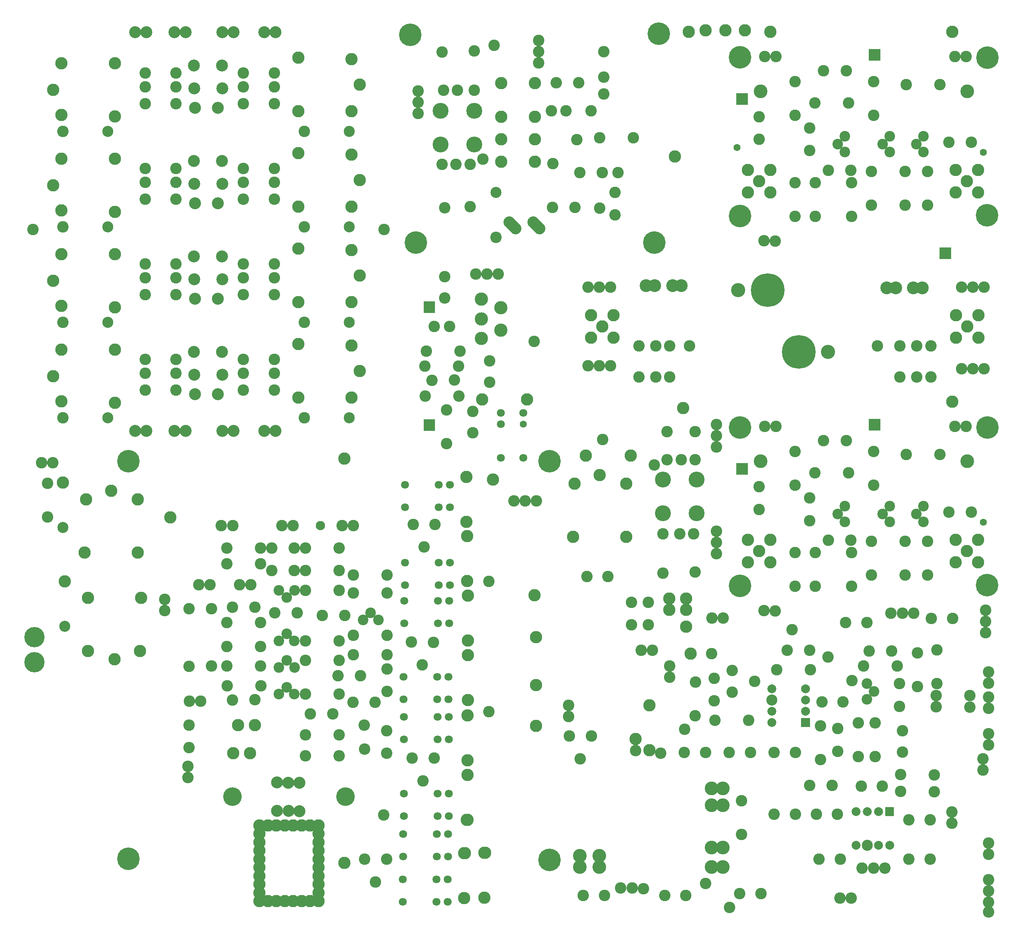
<source format=gbr>
%FSLAX34Y34*%
%MOMM*%
%LNSOLDERMASK_BOTTOM*%
G71*
G01*
%ADD10C,2.600*%
%ADD11C,2.400*%
%ADD12C,2.800*%
%ADD13C,2.600*%
%ADD14C,5.100*%
%ADD15C,1.600*%
%ADD16C,3.100*%
%ADD17C,7.600*%
%ADD18C,3.200*%
%ADD19C,2.900*%
%ADD20C,2.600*%
%ADD21C,2.600*%
%ADD22C,2.400*%
%ADD23C,2.500*%
%ADD24C,2.600*%
%ADD25C,3.600*%
%ADD26C,2.800*%
%ADD27C,3.000*%
%ADD28C,1.800*%
%ADD29C,1.600*%
%ADD30C,2.000*%
%ADD31C,2.500*%
%ADD32C,2.700*%
%ADD33C,2.700*%
%ADD34C,4.600*%
%ADD35C,4.600*%
%ADD36C,4.200*%
%ADD37C,2.700*%
%ADD38C,2.800*%
%ADD39C,2.100*%
%LPD*%
X1733495Y877996D02*
G54D10*
D03*
X1733545Y954246D02*
G54D10*
D03*
X1652501Y874596D02*
G54D10*
D03*
X1652614Y823615D02*
G54D10*
D03*
X1766801Y849196D02*
G54D10*
D03*
X1766913Y798216D02*
G54D10*
D03*
X1733511Y649396D02*
G54D10*
D03*
X1733561Y725646D02*
G54D10*
D03*
X1854232Y906010D02*
G54D10*
D03*
X1777982Y906060D02*
G54D10*
D03*
X1779191Y725646D02*
G54D10*
D03*
X1779141Y649396D02*
G54D10*
D03*
X1911294Y877995D02*
G54D10*
D03*
X1911344Y954245D02*
G54D10*
D03*
X1808626Y753480D02*
G54D10*
D03*
X1906191Y751046D02*
G54D10*
D03*
X1906141Y674796D02*
G54D10*
D03*
X1982391Y751046D02*
G54D10*
D03*
X1982341Y674796D02*
G54D10*
D03*
X2033191Y751046D02*
G54D10*
D03*
X2033141Y674796D02*
G54D10*
D03*
X2132662Y817091D02*
G54D10*
D03*
X2081682Y816978D02*
G54D10*
D03*
X2061208Y947814D02*
G54D10*
D03*
X1984958Y947864D02*
G54D10*
D03*
X2095240Y1010796D02*
G54D10*
D03*
X2120740Y1010796D02*
G54D10*
D03*
X1663441Y594872D02*
G54D10*
D03*
X1845866Y830421D02*
G54D11*
D03*
X1829966Y812846D02*
G54D11*
D03*
X1845900Y795230D02*
G54D11*
D03*
X1947466Y830421D02*
G54D11*
D03*
X1931566Y812846D02*
G54D11*
D03*
X1947500Y795230D02*
G54D11*
D03*
X2023666Y830421D02*
G54D11*
D03*
X2007766Y812846D02*
G54D11*
D03*
X2023700Y795230D02*
G54D11*
D03*
X1626766Y754321D02*
G54D12*
D03*
X1677566Y754321D02*
G54D12*
D03*
X1652166Y728921D02*
G54D12*
D03*
X1677566Y703521D02*
G54D12*
D03*
X1626766Y703521D02*
G54D12*
D03*
X2096666Y754321D02*
G54D12*
D03*
X2147466Y754321D02*
G54D12*
D03*
X2122066Y728921D02*
G54D12*
D03*
X2147466Y703521D02*
G54D12*
D03*
X2096666Y703521D02*
G54D12*
D03*
X1798192Y978630D02*
G54D10*
D03*
X1849172Y978743D02*
G54D10*
D03*
X1733511Y649396D02*
G54D13*
D03*
X1779141Y649396D02*
G54D13*
D03*
X1906141Y674796D02*
G54D13*
D03*
X1982341Y674796D02*
G54D13*
D03*
X1733511Y649396D02*
G54D13*
D03*
X1609090Y1009014D02*
G54D14*
D03*
X1859426Y753480D02*
G54D10*
D03*
X1861741Y725646D02*
G54D10*
D03*
X1861691Y649396D02*
G54D10*
D03*
X1665241Y1010796D02*
G54D10*
D03*
X1690741Y1010796D02*
G54D10*
D03*
G36*
X1600639Y927969D02*
X1626639Y927969D01*
X1626639Y901969D01*
X1600639Y901969D01*
X1600639Y927969D01*
G37*
G36*
X1900639Y1027969D02*
X1926639Y1027969D01*
X1926639Y1001969D01*
X1900639Y1001969D01*
X1900639Y1027969D01*
G37*
X1601966Y805021D02*
G54D15*
D03*
X1779141Y649396D02*
G54D13*
D03*
X1861691Y649396D02*
G54D13*
D03*
X1906141Y674796D02*
G54D13*
D03*
X1982341Y674796D02*
G54D13*
D03*
X2168922Y1008221D02*
G54D14*
D03*
X1609090Y650240D02*
G54D14*
D03*
X2168286Y651827D02*
G54D14*
D03*
X1688544Y593681D02*
G54D10*
D03*
X2159566Y794621D02*
G54D15*
D03*
X1659116Y932021D02*
G54D15*
D03*
X1655940Y932022D02*
G54D16*
D03*
X2122665Y932022D02*
G54D16*
D03*
X1741716Y342780D02*
G54D17*
D03*
X1671866Y482480D02*
G54D17*
D03*
X1605191Y482480D02*
G54D18*
D03*
X1808391Y342780D02*
G54D18*
D03*
X1396316Y492580D02*
G54D19*
D03*
X1476316Y492580D02*
G54D20*
D03*
X1941316Y487580D02*
G54D20*
D03*
X2021316Y487580D02*
G54D20*
D03*
X1476316Y492580D02*
G54D19*
D03*
X1941316Y487580D02*
G54D19*
D03*
X2021316Y487580D02*
G54D12*
D03*
X1416316Y492580D02*
G54D19*
D03*
X1456316Y492580D02*
G54D19*
D03*
X1961316Y487580D02*
G54D19*
D03*
X2001316Y487580D02*
G54D19*
D03*
X1271891Y374980D02*
G54D12*
D03*
X1271891Y425780D02*
G54D12*
D03*
X1297291Y400380D02*
G54D12*
D03*
X1322691Y425780D02*
G54D12*
D03*
X1322691Y374980D02*
G54D12*
D03*
X1271891Y374980D02*
G54D21*
D03*
X1322691Y374980D02*
G54D13*
D03*
X2097391Y374980D02*
G54D12*
D03*
X2097391Y425780D02*
G54D12*
D03*
X2122791Y400380D02*
G54D12*
D03*
X2148191Y425780D02*
G54D12*
D03*
X2148191Y374980D02*
G54D12*
D03*
X2097391Y374980D02*
G54D21*
D03*
X2148191Y374980D02*
G54D13*
D03*
G36*
X2060616Y553130D02*
X2060616Y579130D01*
X2086616Y579130D01*
X2086616Y553130D01*
X2060616Y553130D01*
G37*
X1970848Y286343D02*
G54D10*
D03*
X1970848Y356193D02*
G54D10*
D03*
X2040698Y286343D02*
G54D10*
D03*
X2040698Y356193D02*
G54D10*
D03*
X2008948Y356193D02*
G54D10*
D03*
X2008948Y286343D02*
G54D10*
D03*
X2040699Y286343D02*
G54D13*
D03*
X2040699Y356193D02*
G54D13*
D03*
X1380298Y286343D02*
G54D10*
D03*
X1380298Y356193D02*
G54D10*
D03*
X1450148Y286343D02*
G54D10*
D03*
X1450148Y356193D02*
G54D10*
D03*
X1418398Y356193D02*
G54D10*
D03*
X1418398Y286343D02*
G54D10*
D03*
X1450149Y286343D02*
G54D13*
D03*
X1450149Y356193D02*
G54D13*
D03*
X2021316Y487580D02*
G54D19*
D03*
X1494599Y356193D02*
G54D21*
D03*
X1920049Y356193D02*
G54D21*
D03*
X2160991Y305155D02*
G54D21*
D03*
X2135591Y305155D02*
G54D21*
D03*
X2110191Y305155D02*
G54D21*
D03*
X1316441Y489305D02*
G54D21*
D03*
X1291041Y489305D02*
G54D21*
D03*
X1265641Y489305D02*
G54D21*
D03*
X2160991Y489305D02*
G54D21*
D03*
X2135591Y489305D02*
G54D21*
D03*
X2110191Y489305D02*
G54D21*
D03*
X1316441Y311505D02*
G54D21*
D03*
X1291041Y311505D02*
G54D21*
D03*
X1265641Y311505D02*
G54D21*
D03*
X1271891Y425780D02*
G54D13*
D03*
X1322691Y425780D02*
G54D13*
D03*
X2097391Y374980D02*
G54D13*
D03*
X2097391Y425780D02*
G54D13*
D03*
X2148191Y425780D02*
G54D13*
D03*
X2148191Y374980D02*
G54D13*
D03*
X1733495Y41384D02*
G54D10*
D03*
X1733545Y117634D02*
G54D10*
D03*
X1652501Y37983D02*
G54D10*
D03*
X1652614Y-12997D02*
G54D10*
D03*
X1766801Y12584D02*
G54D10*
D03*
X1766913Y-38397D02*
G54D10*
D03*
X1733511Y-187216D02*
G54D10*
D03*
X1733561Y-110966D02*
G54D10*
D03*
X1854232Y69398D02*
G54D10*
D03*
X1777982Y69448D02*
G54D10*
D03*
X1779191Y-110966D02*
G54D10*
D03*
X1779141Y-187216D02*
G54D10*
D03*
X1911294Y41383D02*
G54D10*
D03*
X1911344Y117633D02*
G54D10*
D03*
X1808626Y-83132D02*
G54D10*
D03*
X1906191Y-85566D02*
G54D10*
D03*
X1906141Y-161816D02*
G54D10*
D03*
X1982391Y-85566D02*
G54D10*
D03*
X1982341Y-161816D02*
G54D10*
D03*
X2033191Y-85566D02*
G54D10*
D03*
X2033141Y-161816D02*
G54D10*
D03*
X2132662Y-19522D02*
G54D10*
D03*
X2081682Y-19634D02*
G54D10*
D03*
X2061208Y111202D02*
G54D10*
D03*
X1984958Y111252D02*
G54D10*
D03*
X2095240Y174184D02*
G54D10*
D03*
X2120740Y174184D02*
G54D10*
D03*
X1663441Y-241741D02*
G54D10*
D03*
X1845866Y-6191D02*
G54D11*
D03*
X1829966Y-23766D02*
G54D11*
D03*
X1845900Y-41382D02*
G54D11*
D03*
X1947466Y-6191D02*
G54D11*
D03*
X1931566Y-23766D02*
G54D11*
D03*
X1947500Y-41382D02*
G54D11*
D03*
X2023666Y-6191D02*
G54D11*
D03*
X2007766Y-23766D02*
G54D11*
D03*
X2023700Y-41382D02*
G54D11*
D03*
X1626766Y-82291D02*
G54D12*
D03*
X1677566Y-82291D02*
G54D12*
D03*
X1652166Y-107691D02*
G54D12*
D03*
X1677566Y-133091D02*
G54D12*
D03*
X1626766Y-133091D02*
G54D12*
D03*
X2096666Y-82291D02*
G54D12*
D03*
X2147466Y-82291D02*
G54D12*
D03*
X2122066Y-107691D02*
G54D12*
D03*
X2147466Y-133091D02*
G54D12*
D03*
X2096666Y-133091D02*
G54D12*
D03*
X1798192Y142018D02*
G54D10*
D03*
X1849172Y142130D02*
G54D10*
D03*
X1733511Y-187216D02*
G54D13*
D03*
X1779141Y-187216D02*
G54D13*
D03*
X1906141Y-161816D02*
G54D13*
D03*
X1982341Y-161816D02*
G54D13*
D03*
X1733511Y-187216D02*
G54D13*
D03*
X1609090Y172402D02*
G54D14*
D03*
X1859426Y-83132D02*
G54D10*
D03*
X1861741Y-110966D02*
G54D10*
D03*
X1861691Y-187216D02*
G54D10*
D03*
X1665241Y174184D02*
G54D10*
D03*
X1690741Y174184D02*
G54D10*
D03*
G36*
X1600639Y91357D02*
X1626639Y91357D01*
X1626639Y65357D01*
X1600639Y65357D01*
X1600639Y91357D01*
G37*
G36*
X1900639Y191357D02*
X1926639Y191357D01*
X1926639Y165357D01*
X1900639Y165357D01*
X1900639Y191357D01*
G37*
X1779141Y-187216D02*
G54D13*
D03*
X1861691Y-187216D02*
G54D13*
D03*
X1906141Y-161816D02*
G54D13*
D03*
X1982341Y-161816D02*
G54D13*
D03*
X2168922Y171609D02*
G54D14*
D03*
X1609090Y-186373D02*
G54D14*
D03*
X2168286Y-184786D02*
G54D14*
D03*
X1688544Y-242932D02*
G54D10*
D03*
X2159566Y-41991D02*
G54D15*
D03*
X1659116Y95409D02*
G54D15*
D03*
X1655940Y95409D02*
G54D16*
D03*
X2122665Y95409D02*
G54D16*
D03*
X1008266Y812481D02*
G54D22*
D03*
X1008266Y888681D02*
G54D22*
D03*
X932066Y812481D02*
G54D22*
D03*
X1008266Y812481D02*
G54D22*
D03*
X932066Y888681D02*
G54D22*
D03*
X932066Y812480D02*
G54D22*
D03*
X1008266Y888681D02*
G54D22*
D03*
X932066Y888681D02*
G54D22*
D03*
X1008178Y1023704D02*
G54D10*
D03*
X1008178Y934804D02*
G54D10*
D03*
X970078Y934804D02*
G54D10*
D03*
X938328Y934804D02*
G54D10*
D03*
X998534Y671914D02*
G54D10*
D03*
X935035Y767164D02*
G54D10*
D03*
X966784Y767164D02*
G54D10*
D03*
X998534Y767164D02*
G54D10*
D03*
X1027017Y779453D02*
G54D10*
D03*
X935034Y1021164D02*
G54D10*
D03*
X1052628Y1036404D02*
G54D10*
D03*
X1215056Y888714D02*
G54D10*
D03*
X1272206Y888714D02*
G54D10*
D03*
X1300906Y964914D02*
G54D10*
D03*
X1300906Y1022065D02*
G54D10*
D03*
X1239856Y823091D02*
G54D10*
D03*
X1185904Y769210D02*
G54D10*
D03*
X1239856Y823091D02*
G54D13*
D03*
X1367632Y827142D02*
G54D10*
D03*
X1291382Y827192D02*
G54D10*
D03*
X1367632Y827143D02*
G54D13*
D03*
X1246806Y749014D02*
G54D10*
D03*
X1297606Y749014D02*
G54D10*
D03*
X1297606Y749014D02*
G54D10*
D03*
X1326213Y652909D02*
G54D10*
D03*
X1326101Y703889D02*
G54D10*
D03*
X1326213Y652909D02*
G54D10*
D03*
X1300906Y926814D02*
G54D10*
D03*
X1332656Y749014D02*
G54D10*
D03*
X1182036Y888714D02*
G54D10*
D03*
X1192956Y952214D02*
G54D10*
D03*
X1243756Y952214D02*
G54D10*
D03*
X1069260Y950720D02*
G54D12*
D03*
X1145460Y950720D02*
G54D12*
D03*
X1069260Y874520D02*
G54D12*
D03*
X1069260Y823720D02*
G54D12*
D03*
X1069260Y772920D02*
G54D12*
D03*
X1145460Y874520D02*
G54D12*
D03*
X1145460Y823720D02*
G54D12*
D03*
X1145460Y772920D02*
G54D12*
D03*
X1056759Y602357D02*
G54D23*
D03*
X1056759Y703957D02*
G54D23*
D03*
X1056759Y602357D02*
G54D13*
D03*
X1145460Y950720D02*
G54D10*
D03*
X1291711Y667916D02*
G54D10*
D03*
X1235491Y670161D02*
G54D10*
D03*
X1235491Y670161D02*
G54D10*
D03*
X1184691Y670161D02*
G54D10*
D03*
G54D24*
X1154875Y622439D02*
X1140733Y636581D01*
G54D24*
X1100900Y622439D02*
X1086758Y636581D01*
X880666Y932815D02*
G54D21*
D03*
X880666Y907415D02*
G54D21*
D03*
X880666Y882015D02*
G54D21*
D03*
X1153716Y1047115D02*
G54D21*
D03*
X1153716Y1021715D02*
G54D21*
D03*
X1153716Y996315D02*
G54D21*
D03*
X932066Y888681D02*
G54D25*
D03*
X932066Y812481D02*
G54D25*
D03*
X1008266Y812481D02*
G54D25*
D03*
X1008266Y888681D02*
G54D25*
D03*
X1434344Y54279D02*
G54D22*
D03*
X1434344Y-21921D02*
G54D22*
D03*
X1510544Y54279D02*
G54D22*
D03*
X1434344Y54279D02*
G54D22*
D03*
X1510544Y-21921D02*
G54D22*
D03*
X1510544Y54279D02*
G54D22*
D03*
X1434344Y-21921D02*
G54D22*
D03*
X1510544Y-21921D02*
G54D22*
D03*
X1434432Y-156944D02*
G54D10*
D03*
X1434432Y-68044D02*
G54D10*
D03*
X1472532Y-68044D02*
G54D10*
D03*
X1504282Y-68044D02*
G54D10*
D03*
X1507576Y163096D02*
G54D10*
D03*
X1444076Y163096D02*
G54D10*
D03*
X1507575Y99596D02*
G54D10*
D03*
X1475826Y99596D02*
G54D10*
D03*
X1444076Y99596D02*
G54D10*
D03*
X1415593Y87307D02*
G54D10*
D03*
X1507576Y-154404D02*
G54D10*
D03*
X1555594Y-113680D02*
G54D21*
D03*
X1555594Y-88280D02*
G54D21*
D03*
X1555594Y-62880D02*
G54D21*
D03*
X1555594Y127620D02*
G54D21*
D03*
X1555594Y153020D02*
G54D21*
D03*
X1555594Y178420D02*
G54D21*
D03*
X1510544Y-21921D02*
G54D25*
D03*
X1510544Y54279D02*
G54D25*
D03*
X1434344Y54279D02*
G54D25*
D03*
X1434344Y-21921D02*
G54D25*
D03*
X1231336Y-75302D02*
G54D12*
D03*
X1234510Y45348D02*
G54D12*
D03*
X1351986Y-75302D02*
G54D12*
D03*
X1351986Y45348D02*
G54D12*
D03*
X1291661Y64811D02*
G54D12*
D03*
X1234510Y45348D02*
G54D26*
D03*
X1260357Y108930D02*
G54D12*
D03*
X1361957Y108929D02*
G54D12*
D03*
X1449257Y-215210D02*
G54D12*
D03*
X1449257Y-240610D02*
G54D12*
D03*
X1487357Y-240610D02*
G54D12*
D03*
X1487357Y-278710D02*
G54D12*
D03*
X1401852Y-223217D02*
G54D10*
D03*
X1401965Y-274198D02*
G54D10*
D03*
X1401852Y-223218D02*
G54D10*
D03*
X1401964Y-274198D02*
G54D10*
D03*
X1363752Y-223217D02*
G54D10*
D03*
X1363864Y-274198D02*
G54D10*
D03*
X1363752Y-223218D02*
G54D10*
D03*
X1363864Y-274198D02*
G54D10*
D03*
X1487357Y-215210D02*
G54D12*
D03*
X1298324Y144739D02*
G54D10*
D03*
X1260357Y108930D02*
G54D12*
D03*
X1068315Y443228D02*
G54D27*
D03*
X1068315Y392428D02*
G54D27*
D03*
X1023865Y417828D02*
G54D27*
D03*
X1023865Y373378D02*
G54D27*
D03*
X1023865Y462278D02*
G54D27*
D03*
X1036565Y519428D02*
G54D10*
D03*
X1011165Y519428D02*
G54D10*
D03*
X1061965Y519428D02*
G54D10*
D03*
X975480Y344803D02*
G54D10*
D03*
X899230Y344853D02*
G54D10*
D03*
X896538Y310543D02*
G54D10*
D03*
X972788Y310493D02*
G54D10*
D03*
X912472Y279067D02*
G54D10*
D03*
X963452Y279179D02*
G54D10*
D03*
X941315Y513166D02*
G54D10*
D03*
X941315Y465366D02*
G54D10*
D03*
X944925Y211541D02*
G54D10*
D03*
X944875Y135291D02*
G54D10*
D03*
X1004815Y160478D02*
G54D10*
D03*
X1004815Y208278D02*
G54D10*
D03*
X917371Y400322D02*
G54D10*
D03*
X952471Y400322D02*
G54D10*
D03*
X1042915Y274778D02*
G54D10*
D03*
X1042915Y322578D02*
G54D10*
D03*
X896593Y242896D02*
G54D10*
D03*
X972843Y242846D02*
G54D10*
D03*
X1143790Y366473D02*
G54D10*
D03*
X896538Y310543D02*
G54D10*
D03*
X896593Y242896D02*
G54D10*
D03*
X1004815Y160478D02*
G54D10*
D03*
X944875Y135291D02*
G54D10*
D03*
G36*
X919265Y457498D02*
X919265Y431498D01*
X893265Y431498D01*
X893265Y457498D01*
X919265Y457498D01*
G37*
G36*
X919265Y190798D02*
X919265Y164798D01*
X893265Y164798D01*
X893265Y190798D01*
X919265Y190798D01*
G37*
X1119115Y205016D02*
G54D28*
D03*
X1119115Y179616D02*
G54D29*
D03*
X1068315Y205016D02*
G54D29*
D03*
X1068315Y179616D02*
G54D28*
D03*
X1119115Y103416D02*
G54D29*
D03*
X1068315Y103416D02*
G54D29*
D03*
X1025897Y235782D02*
G54D12*
D03*
X1127497Y235782D02*
G54D12*
D03*
X1025897Y235782D02*
G54D12*
D03*
X1148711Y5808D02*
G54D21*
D03*
X1123311Y5808D02*
G54D21*
D03*
X1097911Y5808D02*
G54D21*
D03*
X1068315Y205016D02*
G54D28*
D03*
X1119115Y103416D02*
G54D28*
D03*
X1068315Y103416D02*
G54D28*
D03*
G36*
X1747228Y-505322D02*
X1747228Y-485322D01*
X1767228Y-485322D01*
X1767228Y-505322D01*
X1747228Y-505322D01*
G37*
X1757228Y-469922D02*
G54D30*
D03*
X1757228Y-444522D02*
G54D30*
D03*
X1757228Y-419122D02*
G54D30*
D03*
X1681028Y-419122D02*
G54D30*
D03*
X1681028Y-444522D02*
G54D30*
D03*
X1681029Y-469922D02*
G54D30*
D03*
X1681028Y-495322D02*
G54D30*
D03*
X1681028Y-444522D02*
G54D31*
D03*
X2052978Y-459960D02*
G54D10*
D03*
X2052978Y-434461D02*
G54D10*
D03*
X1482989Y-563297D02*
G54D10*
D03*
X1507884Y-479712D02*
G54D10*
D03*
X1507934Y-403462D02*
G54D10*
D03*
X1372692Y-558304D02*
G54D10*
D03*
X1372692Y-532804D02*
G54D10*
D03*
X1914949Y-496020D02*
G54D10*
D03*
X1914898Y-572270D02*
G54D10*
D03*
X1914949Y-496020D02*
G54D10*
D03*
X1976833Y-513954D02*
G54D10*
D03*
X1976833Y-561754D02*
G54D10*
D03*
X1876848Y-496020D02*
G54D10*
D03*
X1876798Y-572270D02*
G54D10*
D03*
X1876849Y-496020D02*
G54D10*
D03*
X1896504Y-442247D02*
G54D11*
D03*
X1912404Y-424672D02*
G54D11*
D03*
X1896469Y-407056D02*
G54D11*
D03*
X1969877Y-407454D02*
G54D10*
D03*
X1969989Y-458434D02*
G54D10*
D03*
X1969877Y-407454D02*
G54D10*
D03*
X1964947Y-367326D02*
G54D10*
D03*
X1888697Y-367276D02*
G54D10*
D03*
X1964947Y-367326D02*
G54D10*
D03*
X1951914Y-333354D02*
G54D10*
D03*
X1900934Y-333466D02*
G54D10*
D03*
X1951914Y-333354D02*
G54D10*
D03*
X1830177Y-509054D02*
G54D10*
D03*
X1830289Y-560034D02*
G54D10*
D03*
X1830177Y-509054D02*
G54D10*
D03*
X1976833Y-513954D02*
G54D10*
D03*
X1964947Y-367326D02*
G54D10*
D03*
X1951914Y-333354D02*
G54D10*
D03*
X2010199Y-337270D02*
G54D10*
D03*
X2010149Y-413520D02*
G54D10*
D03*
X2010199Y-337270D02*
G54D10*
D03*
X2010199Y-337270D02*
G54D10*
D03*
X1830177Y-509053D02*
G54D10*
D03*
X1794139Y-448997D02*
G54D10*
D03*
X1841939Y-448997D02*
G54D10*
D03*
X1808383Y-346598D02*
G54D10*
D03*
X1862265Y-400550D02*
G54D10*
D03*
X1808384Y-346598D02*
G54D10*
D03*
X1808384Y-346598D02*
G54D10*
D03*
X1768322Y-375497D02*
G54D10*
D03*
X1692072Y-375447D02*
G54D10*
D03*
X1715825Y-331571D02*
G54D10*
D03*
X1766806Y-331459D02*
G54D10*
D03*
X1715826Y-331572D02*
G54D10*
D03*
X1768322Y-375497D02*
G54D10*
D03*
X1766806Y-331459D02*
G54D10*
D03*
X1584589Y-563297D02*
G54D10*
D03*
X1632389Y-563297D02*
G54D10*
D03*
X1482989Y-563297D02*
G54D10*
D03*
X1530789Y-563297D02*
G54D10*
D03*
X1686189Y-563296D02*
G54D10*
D03*
X1733989Y-563297D02*
G54D10*
D03*
X1686189Y-563296D02*
G54D10*
D03*
X1791124Y-502370D02*
G54D10*
D03*
X1791074Y-578620D02*
G54D10*
D03*
X1791124Y-502370D02*
G54D10*
D03*
X1628622Y-489797D02*
G54D10*
D03*
X1552372Y-489747D02*
G54D10*
D03*
X1628622Y-489797D02*
G54D10*
D03*
X1551043Y-445923D02*
G54D10*
D03*
X1550931Y-394943D02*
G54D10*
D03*
X1551043Y-445922D02*
G54D10*
D03*
X1550931Y-394942D02*
G54D10*
D03*
X1591304Y-377047D02*
G54D21*
D03*
X1642236Y-402030D02*
G54D21*
D03*
X1591190Y-426930D02*
G54D21*
D03*
X1591304Y-377047D02*
G54D10*
D03*
X1497288Y-339629D02*
G54D10*
D03*
X1545088Y-339629D02*
G54D10*
D03*
X1507884Y-479712D02*
G54D10*
D03*
X1483766Y-510510D02*
G54D10*
D03*
X1429814Y-564391D02*
G54D10*
D03*
X1483766Y-510510D02*
G54D10*
D03*
X2054590Y-331016D02*
G54D10*
D03*
X1497288Y-339629D02*
G54D12*
D03*
X1404414Y-456442D02*
G54D12*
D03*
X1404413Y-558041D02*
G54D12*
D03*
X1404414Y-456442D02*
G54D12*
D03*
X1372692Y-532804D02*
G54D12*
D03*
X2054590Y-331016D02*
G54D10*
D03*
X2054540Y-407266D02*
G54D10*
D03*
X2054591Y-331016D02*
G54D10*
D03*
X2054590Y-331016D02*
G54D10*
D03*
X2010199Y-337270D02*
G54D10*
D03*
X1951914Y-333354D02*
G54D10*
D03*
X1964947Y-367326D02*
G54D10*
D03*
X1808383Y-346598D02*
G54D10*
D03*
X1768322Y-375497D02*
G54D10*
D03*
X1766806Y-331459D02*
G54D10*
D03*
X1976833Y-513954D02*
G54D10*
D03*
X1591304Y-377047D02*
G54D10*
D03*
X1686189Y-563296D02*
G54D10*
D03*
X1482989Y-563297D02*
G54D10*
D03*
X1483766Y-510510D02*
G54D10*
D03*
X1507884Y-479712D02*
G54D10*
D03*
X1404414Y-456442D02*
G54D10*
D03*
X2129228Y-460011D02*
G54D10*
D03*
X2052978Y-459960D02*
G54D10*
D03*
X2129228Y-434511D02*
G54D10*
D03*
X2052978Y-434461D02*
G54D10*
D03*
X333324Y256329D02*
G54D10*
D03*
X263474Y256329D02*
G54D10*
D03*
X333324Y326179D02*
G54D10*
D03*
X263474Y326179D02*
G54D10*
D03*
X263474Y294429D02*
G54D10*
D03*
X333324Y294429D02*
G54D10*
D03*
X376732Y247558D02*
G54D32*
D03*
X427714Y247670D02*
G54D32*
D03*
X555574Y256329D02*
G54D10*
D03*
X485724Y256329D02*
G54D10*
D03*
X555574Y326179D02*
G54D10*
D03*
X485724Y326179D02*
G54D10*
D03*
X485724Y294429D02*
G54D10*
D03*
X555574Y294429D02*
G54D10*
D03*
X437797Y291656D02*
G54D10*
D03*
X437684Y342636D02*
G54D10*
D03*
X374297Y291656D02*
G54D10*
D03*
X374184Y342636D02*
G54D10*
D03*
X555574Y326179D02*
G54D13*
D03*
X485724Y326179D02*
G54D13*
D03*
X437684Y342637D02*
G54D33*
D03*
X374184Y342637D02*
G54D13*
D03*
X333324Y326179D02*
G54D13*
D03*
X263474Y326179D02*
G54D13*
D03*
X374297Y291656D02*
G54D32*
D03*
X374184Y342636D02*
G54D32*
D03*
X437684Y342636D02*
G54D32*
D03*
X437797Y291656D02*
G54D32*
D03*
X609787Y360621D02*
G54D12*
D03*
X730437Y357447D02*
G54D12*
D03*
X609787Y239971D02*
G54D12*
D03*
X730437Y239971D02*
G54D12*
D03*
X749250Y300296D02*
G54D12*
D03*
X623294Y193691D02*
G54D23*
D03*
X724894Y193692D02*
G54D23*
D03*
X730437Y357447D02*
G54D12*
D03*
X194792Y227883D02*
G54D12*
D03*
X74142Y231057D02*
G54D12*
D03*
X194792Y348533D02*
G54D12*
D03*
X74142Y348533D02*
G54D12*
D03*
X55330Y288208D02*
G54D12*
D03*
X74143Y231056D02*
G54D12*
D03*
X74142Y348533D02*
G54D12*
D03*
X77194Y193692D02*
G54D23*
D03*
X178794Y193692D02*
G54D23*
D03*
X623294Y193691D02*
G54D10*
D03*
X77194Y193692D02*
G54D10*
D03*
X333324Y472229D02*
G54D10*
D03*
X263474Y472229D02*
G54D10*
D03*
X333324Y542079D02*
G54D10*
D03*
X263474Y542079D02*
G54D10*
D03*
X263474Y510329D02*
G54D10*
D03*
X333324Y510329D02*
G54D10*
D03*
X376732Y463458D02*
G54D32*
D03*
X427714Y463570D02*
G54D32*
D03*
X555574Y472229D02*
G54D10*
D03*
X485724Y472229D02*
G54D10*
D03*
X555574Y542079D02*
G54D10*
D03*
X485724Y542079D02*
G54D10*
D03*
X485724Y510329D02*
G54D10*
D03*
X555574Y510329D02*
G54D10*
D03*
X437797Y507556D02*
G54D10*
D03*
X437684Y558536D02*
G54D10*
D03*
X374297Y507556D02*
G54D10*
D03*
X374184Y558536D02*
G54D10*
D03*
X555574Y542079D02*
G54D13*
D03*
X485724Y542079D02*
G54D13*
D03*
X437684Y558537D02*
G54D33*
D03*
X374184Y558537D02*
G54D13*
D03*
X333324Y542079D02*
G54D13*
D03*
X263474Y542079D02*
G54D13*
D03*
X374297Y507556D02*
G54D32*
D03*
X374184Y558536D02*
G54D32*
D03*
X437684Y558536D02*
G54D32*
D03*
X437797Y507556D02*
G54D32*
D03*
X609787Y576521D02*
G54D12*
D03*
X730437Y573347D02*
G54D12*
D03*
X609787Y455871D02*
G54D12*
D03*
X730437Y455871D02*
G54D12*
D03*
X749250Y516196D02*
G54D12*
D03*
X623294Y409592D02*
G54D23*
D03*
X724894Y409592D02*
G54D23*
D03*
X730437Y573347D02*
G54D12*
D03*
X194792Y443782D02*
G54D12*
D03*
X74142Y446956D02*
G54D12*
D03*
X194792Y564432D02*
G54D12*
D03*
X74142Y564432D02*
G54D12*
D03*
X55330Y504108D02*
G54D12*
D03*
X74143Y446956D02*
G54D12*
D03*
X74142Y564432D02*
G54D12*
D03*
X77194Y409592D02*
G54D23*
D03*
X178794Y409592D02*
G54D23*
D03*
X623294Y409592D02*
G54D10*
D03*
X77194Y409592D02*
G54D10*
D03*
X333324Y688129D02*
G54D10*
D03*
X263474Y688129D02*
G54D10*
D03*
X333324Y757979D02*
G54D10*
D03*
X263474Y757979D02*
G54D10*
D03*
X263474Y726229D02*
G54D10*
D03*
X333324Y726229D02*
G54D10*
D03*
X376732Y679358D02*
G54D32*
D03*
X427714Y679470D02*
G54D32*
D03*
X555574Y688129D02*
G54D10*
D03*
X485724Y688129D02*
G54D10*
D03*
X555574Y757979D02*
G54D10*
D03*
X485724Y757979D02*
G54D10*
D03*
X485724Y726229D02*
G54D10*
D03*
X555574Y726229D02*
G54D10*
D03*
X437797Y723456D02*
G54D10*
D03*
X437684Y774436D02*
G54D10*
D03*
X374297Y723456D02*
G54D10*
D03*
X374184Y774436D02*
G54D10*
D03*
X555574Y757979D02*
G54D13*
D03*
X485724Y757979D02*
G54D13*
D03*
X437684Y774437D02*
G54D33*
D03*
X374184Y774437D02*
G54D13*
D03*
X333324Y757979D02*
G54D13*
D03*
X263474Y757979D02*
G54D13*
D03*
X374297Y723456D02*
G54D32*
D03*
X374184Y774436D02*
G54D32*
D03*
X437684Y774436D02*
G54D32*
D03*
X437797Y723456D02*
G54D32*
D03*
X609787Y792421D02*
G54D12*
D03*
X730437Y789247D02*
G54D12*
D03*
X609787Y671771D02*
G54D12*
D03*
X730437Y671771D02*
G54D12*
D03*
X749250Y732096D02*
G54D12*
D03*
X623294Y625491D02*
G54D23*
D03*
X724894Y625492D02*
G54D23*
D03*
X730437Y789247D02*
G54D12*
D03*
X194792Y659682D02*
G54D12*
D03*
X74143Y662857D02*
G54D12*
D03*
X194792Y780333D02*
G54D12*
D03*
X74142Y780332D02*
G54D12*
D03*
X55330Y720008D02*
G54D12*
D03*
X74143Y662856D02*
G54D12*
D03*
X74142Y780332D02*
G54D12*
D03*
X77194Y625491D02*
G54D23*
D03*
X178794Y625492D02*
G54D23*
D03*
X623294Y625491D02*
G54D10*
D03*
X77194Y625491D02*
G54D10*
D03*
X333324Y904029D02*
G54D10*
D03*
X263474Y904029D02*
G54D10*
D03*
X333324Y973879D02*
G54D10*
D03*
X263474Y973879D02*
G54D10*
D03*
X263474Y942129D02*
G54D10*
D03*
X333324Y942129D02*
G54D10*
D03*
X376732Y895258D02*
G54D32*
D03*
X427713Y895370D02*
G54D32*
D03*
X555574Y904029D02*
G54D10*
D03*
X485724Y904029D02*
G54D10*
D03*
X555574Y973879D02*
G54D10*
D03*
X485724Y973879D02*
G54D10*
D03*
X485724Y942129D02*
G54D10*
D03*
X555574Y942129D02*
G54D10*
D03*
X437797Y939356D02*
G54D10*
D03*
X437684Y990336D02*
G54D10*
D03*
X374297Y939356D02*
G54D10*
D03*
X374184Y990336D02*
G54D10*
D03*
X555574Y973879D02*
G54D13*
D03*
X485724Y973879D02*
G54D13*
D03*
X437684Y990337D02*
G54D33*
D03*
X374184Y990337D02*
G54D13*
D03*
X333324Y973879D02*
G54D13*
D03*
X263474Y973879D02*
G54D13*
D03*
X374297Y939356D02*
G54D32*
D03*
X374184Y990336D02*
G54D32*
D03*
X437684Y990336D02*
G54D32*
D03*
X437797Y939356D02*
G54D32*
D03*
X609787Y1008321D02*
G54D12*
D03*
X730437Y1005147D02*
G54D12*
D03*
X609787Y887671D02*
G54D12*
D03*
X730437Y887671D02*
G54D12*
D03*
X749250Y947996D02*
G54D12*
D03*
X623294Y841391D02*
G54D23*
D03*
X724894Y841392D02*
G54D23*
D03*
X730437Y1005147D02*
G54D12*
D03*
X194792Y875583D02*
G54D12*
D03*
X74142Y878756D02*
G54D12*
D03*
X194792Y996233D02*
G54D12*
D03*
X74142Y996233D02*
G54D12*
D03*
X55330Y935908D02*
G54D12*
D03*
X74143Y878756D02*
G54D12*
D03*
X74142Y996233D02*
G54D12*
D03*
X77194Y841391D02*
G54D23*
D03*
X178794Y841392D02*
G54D23*
D03*
X623294Y841391D02*
G54D10*
D03*
X77194Y841391D02*
G54D10*
D03*
X558448Y164656D02*
G54D32*
D03*
X558448Y164656D02*
G54D32*
D03*
X533047Y164656D02*
G54D32*
D03*
X463198Y164656D02*
G54D32*
D03*
X463198Y164656D02*
G54D32*
D03*
X437797Y164656D02*
G54D32*
D03*
X355248Y164656D02*
G54D32*
D03*
X355248Y164656D02*
G54D32*
D03*
X329847Y164656D02*
G54D32*
D03*
X266348Y164656D02*
G54D32*
D03*
X266348Y164656D02*
G54D32*
D03*
X240947Y164656D02*
G54D32*
D03*
X558448Y1066356D02*
G54D32*
D03*
X558448Y1066356D02*
G54D32*
D03*
X533047Y1066356D02*
G54D32*
D03*
X463198Y1066356D02*
G54D32*
D03*
X463198Y1066356D02*
G54D32*
D03*
X437797Y1066356D02*
G54D32*
D03*
X355248Y1066356D02*
G54D32*
D03*
X355248Y1066356D02*
G54D32*
D03*
X329847Y1066356D02*
G54D32*
D03*
X266348Y1066356D02*
G54D32*
D03*
X266348Y1066356D02*
G54D32*
D03*
X240947Y1066356D02*
G54D32*
D03*
X9712Y619826D02*
G54D21*
D03*
X803462Y619826D02*
G54D21*
D03*
X1415414Y589914D02*
G54D14*
D03*
X1424940Y1062990D02*
G54D14*
D03*
X1424940Y1062990D02*
G54D14*
D03*
X875664Y589914D02*
G54D14*
D03*
X862964Y1059814D02*
G54D14*
D03*
X254611Y-212860D02*
G54D12*
D03*
X251437Y-333510D02*
G54D12*
D03*
X133961Y-212860D02*
G54D12*
D03*
X133962Y-333510D02*
G54D12*
D03*
X194286Y-352322D02*
G54D12*
D03*
X13312Y-358910D02*
G54D34*
D03*
X126412Y-110991D02*
G54D12*
D03*
X129586Y9659D02*
G54D12*
D03*
X247061Y-110991D02*
G54D12*
D03*
X247061Y9659D02*
G54D12*
D03*
X186737Y28946D02*
G54D12*
D03*
X81332Y-175567D02*
G54D23*
D03*
X81332Y-277167D02*
G54D23*
D03*
X81332Y-175567D02*
G54D10*
D03*
X81332Y-175567D02*
G54D12*
D03*
X77534Y47628D02*
G54D23*
D03*
X77534Y-53972D02*
G54D23*
D03*
X77534Y47628D02*
G54D10*
D03*
X77534Y47628D02*
G54D12*
D03*
X251437Y-333510D02*
G54D12*
D03*
X247061Y9659D02*
G54D12*
D03*
X13312Y-301760D02*
G54D35*
D03*
X1480768Y216430D02*
G54D12*
D03*
X129586Y9659D02*
G54D12*
D03*
X247061Y9659D02*
G54D12*
D03*
X225822Y95409D02*
G54D14*
D03*
X1178322Y95409D02*
G54D14*
D03*
X225822Y-803116D02*
G54D14*
D03*
X1178322Y-806291D02*
G54D14*
D03*
X308022Y-241892D02*
G54D10*
D03*
X308022Y-216417D02*
G54D10*
D03*
X1262377Y-164910D02*
G54D10*
D03*
X1310177Y-164911D02*
G54D10*
D03*
X1262377Y-164910D02*
G54D10*
D03*
X2158274Y-577351D02*
G54D21*
D03*
X2170974Y-380501D02*
G54D21*
D03*
X2170974Y-405901D02*
G54D21*
D03*
X2170974Y-767851D02*
G54D21*
D03*
X2170974Y-793251D02*
G54D21*
D03*
X2170974Y-520201D02*
G54D21*
D03*
X2170974Y-545601D02*
G54D21*
D03*
X13312Y-301760D02*
G54D10*
D03*
X1144355Y-207092D02*
G54D12*
D03*
X1147530Y-302342D02*
G54D12*
D03*
X1147530Y-410292D02*
G54D12*
D03*
X1147530Y-502367D02*
G54D12*
D03*
X716960Y-662830D02*
G54D36*
D03*
X461261Y-662930D02*
G54D36*
D03*
X561986Y-631005D02*
G54D37*
D03*
X587360Y-631130D02*
G54D37*
D03*
X612804Y-631105D02*
G54D37*
D03*
X810066Y-564746D02*
G54D10*
D03*
X809891Y-513754D02*
G54D10*
D03*
X512136Y-500880D02*
G54D38*
D03*
X462736Y-564980D02*
G54D38*
D03*
X500735Y-564980D02*
G54D38*
D03*
X474035Y-500880D02*
G54D38*
D03*
X362861Y-551730D02*
G54D10*
D03*
X362736Y-500814D02*
G54D10*
D03*
X626386Y-523155D02*
G54D10*
D03*
X702636Y-523205D02*
G54D10*
D03*
X360286Y-619855D02*
G54D10*
D03*
X360286Y-594355D02*
G54D10*
D03*
X626386Y-570780D02*
G54D10*
D03*
X702635Y-570830D02*
G54D10*
D03*
X600986Y-151680D02*
G54D10*
D03*
X550069Y-151805D02*
G54D10*
D03*
X566060Y-196130D02*
G54D11*
D03*
X583636Y-212030D02*
G54D11*
D03*
X601252Y-196095D02*
G54D11*
D03*
X572411Y-50080D02*
G54D10*
D03*
X597836Y-50030D02*
G54D10*
D03*
X626386Y-196130D02*
G54D10*
D03*
X702561Y-196130D02*
G54D10*
D03*
X448586Y-135805D02*
G54D10*
D03*
X524836Y-135855D02*
G54D10*
D03*
X607336Y-246930D02*
G54D10*
D03*
X556419Y-247055D02*
G54D10*
D03*
X600986Y-310430D02*
G54D11*
D03*
X583386Y-294530D02*
G54D11*
D03*
X565794Y-310464D02*
G54D11*
D03*
X601360Y-370830D02*
G54D11*
D03*
X583386Y-354855D02*
G54D11*
D03*
X565794Y-370790D02*
G54D11*
D03*
X626386Y-310430D02*
G54D10*
D03*
X702561Y-310430D02*
G54D10*
D03*
X600985Y-431130D02*
G54D11*
D03*
X583386Y-415180D02*
G54D11*
D03*
X565794Y-431115D02*
G54D11*
D03*
X448585Y-367580D02*
G54D10*
D03*
X524836Y-367630D02*
G54D10*
D03*
X448794Y-411759D02*
G54D10*
D03*
X525044Y-411809D02*
G54D10*
D03*
X626386Y-431080D02*
G54D10*
D03*
X702660Y-431130D02*
G54D10*
D03*
X687706Y-475870D02*
G54D10*
D03*
X636790Y-475995D02*
G54D10*
D03*
X626386Y-354880D02*
G54D10*
D03*
X702636Y-354930D02*
G54D10*
D03*
X783661Y-449730D02*
G54D21*
D03*
X758677Y-500662D02*
G54D21*
D03*
X733778Y-449616D02*
G54D21*
D03*
X791486Y-262805D02*
G54D11*
D03*
X773685Y-247005D02*
G54D11*
D03*
X756295Y-262840D02*
G54D11*
D03*
X435885Y-50080D02*
G54D10*
D03*
X461460Y-50130D02*
G54D10*
D03*
X734336Y-161205D02*
G54D10*
D03*
X810586Y-161255D02*
G54D10*
D03*
X734336Y-202480D02*
G54D10*
D03*
X810586Y-202530D02*
G54D10*
D03*
X715286Y-253280D02*
G54D10*
D03*
X664369Y-253405D02*
G54D10*
D03*
X734336Y-297730D02*
G54D10*
D03*
X810586Y-297780D02*
G54D10*
D03*
X810486Y-424755D02*
G54D10*
D03*
X810373Y-373774D02*
G54D10*
D03*
X810535Y-342180D02*
G54D10*
D03*
X734260Y-342130D02*
G54D10*
D03*
X385136Y-183405D02*
G54D10*
D03*
X409998Y-183718D02*
G54D10*
D03*
X413660Y-367580D02*
G54D10*
D03*
X362686Y-367730D02*
G54D10*
D03*
X448585Y-323130D02*
G54D10*
D03*
X524836Y-323180D02*
G54D10*
D03*
X512086Y-443780D02*
G54D10*
D03*
X461110Y-443930D02*
G54D10*
D03*
X388686Y-446930D02*
G54D10*
D03*
X363386Y-446630D02*
G54D10*
D03*
X413660Y-237405D02*
G54D10*
D03*
X362686Y-237505D02*
G54D10*
D03*
X734336Y-50080D02*
G54D10*
D03*
X708860Y-50080D02*
G54D10*
D03*
X448585Y-269155D02*
G54D10*
D03*
X524836Y-269205D02*
G54D10*
D03*
X512060Y-234205D02*
G54D10*
D03*
X461160Y-234405D02*
G54D10*
D03*
X477160Y-183430D02*
G54D10*
D03*
X502060Y-183730D02*
G54D10*
D03*
X626385Y-151680D02*
G54D10*
D03*
X702560Y-151680D02*
G54D10*
D03*
X626386Y-100880D02*
G54D10*
D03*
X702560Y-100830D02*
G54D10*
D03*
X448560Y-100830D02*
G54D10*
D03*
X524761Y-100830D02*
G54D10*
D03*
X600986Y-100880D02*
G54D10*
D03*
X550069Y-101005D02*
G54D10*
D03*
X659610Y-50080D02*
G54D39*
D03*
X699686Y-389494D02*
G54D10*
D03*
X750666Y-389382D02*
G54D10*
D03*
X759785Y-554955D02*
G54D10*
D03*
X612860Y-695430D02*
G54D37*
D03*
X587560Y-695230D02*
G54D37*
D03*
X562073Y-695298D02*
G54D37*
D03*
X950110Y-706741D02*
G54D29*
D03*
X924710Y-706741D02*
G54D29*
D03*
X950110Y-655941D02*
G54D29*
D03*
X924710Y-655941D02*
G54D29*
D03*
X848510Y-706741D02*
G54D28*
D03*
X848510Y-655941D02*
G54D29*
D03*
X992719Y-715624D02*
G54D12*
D03*
X992719Y-614024D02*
G54D12*
D03*
X990735Y-715624D02*
G54D12*
D03*
X950110Y-533306D02*
G54D29*
D03*
X924710Y-533306D02*
G54D29*
D03*
X950110Y-482506D02*
G54D29*
D03*
X924710Y-482506D02*
G54D29*
D03*
X848510Y-533306D02*
G54D29*
D03*
X848510Y-482506D02*
G54D29*
D03*
X917010Y-575936D02*
G54D21*
D03*
X892027Y-626868D02*
G54D21*
D03*
X867128Y-575822D02*
G54D21*
D03*
X952492Y-184056D02*
G54D29*
D03*
X927092Y-184056D02*
G54D29*
D03*
X952492Y-133256D02*
G54D29*
D03*
X927092Y-133256D02*
G54D29*
D03*
X850892Y-184056D02*
G54D29*
D03*
X850892Y-133256D02*
G54D29*
D03*
X952492Y-8638D02*
G54D29*
D03*
X927092Y-8638D02*
G54D29*
D03*
X952492Y42162D02*
G54D29*
D03*
X927092Y42162D02*
G54D29*
D03*
X850892Y-8638D02*
G54D29*
D03*
X850892Y42162D02*
G54D29*
D03*
X919392Y-47299D02*
G54D21*
D03*
X894408Y-98231D02*
G54D21*
D03*
X869509Y-47184D02*
G54D21*
D03*
X915423Y-313602D02*
G54D21*
D03*
X890439Y-364534D02*
G54D21*
D03*
X865540Y-313488D02*
G54D21*
D03*
X950904Y-270575D02*
G54D29*
D03*
X925504Y-270575D02*
G54D29*
D03*
X950904Y-219775D02*
G54D29*
D03*
X925504Y-219775D02*
G54D29*
D03*
X849304Y-270575D02*
G54D29*
D03*
X849304Y-219775D02*
G54D29*
D03*
X949317Y-442819D02*
G54D29*
D03*
X923917Y-442819D02*
G54D29*
D03*
X949317Y-392019D02*
G54D29*
D03*
X923917Y-392019D02*
G54D29*
D03*
X847717Y-442819D02*
G54D29*
D03*
X847717Y-392019D02*
G54D29*
D03*
X992719Y-580290D02*
G54D12*
D03*
X992719Y-478690D02*
G54D12*
D03*
X992719Y-580290D02*
G54D12*
D03*
X993116Y-444162D02*
G54D12*
D03*
X993116Y-342562D02*
G54D12*
D03*
X993116Y-444162D02*
G54D12*
D03*
X993116Y-309621D02*
G54D12*
D03*
X993116Y-208022D02*
G54D12*
D03*
X993116Y-309622D02*
G54D12*
D03*
X991925Y-175080D02*
G54D12*
D03*
X991926Y-73481D02*
G54D12*
D03*
X991926Y-175081D02*
G54D12*
D03*
X990338Y-41730D02*
G54D12*
D03*
X990338Y59869D02*
G54D12*
D03*
X990338Y-41731D02*
G54D12*
D03*
X1040611Y-470768D02*
G54D21*
D03*
X1040611Y-176286D02*
G54D21*
D03*
X803280Y-704130D02*
G54D21*
D03*
X848510Y-655941D02*
G54D28*
D03*
X924710Y-706741D02*
G54D28*
D03*
X950110Y-706741D02*
G54D28*
D03*
X924710Y-655941D02*
G54D28*
D03*
X950110Y-655941D02*
G54D28*
D03*
X848510Y-533306D02*
G54D28*
D03*
X848510Y-482506D02*
G54D28*
D03*
X924710Y-533306D02*
G54D28*
D03*
X950110Y-533306D02*
G54D28*
D03*
X950110Y-482506D02*
G54D28*
D03*
X924710Y-482506D02*
G54D28*
D03*
X923917Y-442819D02*
G54D28*
D03*
X949317Y-442819D02*
G54D28*
D03*
X949317Y-392019D02*
G54D28*
D03*
X923917Y-392019D02*
G54D28*
D03*
X847717Y-442819D02*
G54D28*
D03*
X847717Y-392019D02*
G54D28*
D03*
X849304Y-270575D02*
G54D28*
D03*
X925504Y-270575D02*
G54D28*
D03*
X849304Y-219775D02*
G54D28*
D03*
X925504Y-219775D02*
G54D28*
D03*
X950904Y-219775D02*
G54D28*
D03*
X950904Y-270575D02*
G54D28*
D03*
X850892Y-184056D02*
G54D28*
D03*
X850892Y-133256D02*
G54D28*
D03*
X927092Y-184056D02*
G54D28*
D03*
X952492Y-184056D02*
G54D28*
D03*
X952492Y-133256D02*
G54D28*
D03*
X927092Y-133256D02*
G54D28*
D03*
X850892Y-8638D02*
G54D28*
D03*
X850892Y42162D02*
G54D28*
D03*
X927092Y-8638D02*
G54D28*
D03*
X952492Y-8638D02*
G54D28*
D03*
X952492Y42162D02*
G54D28*
D03*
X927092Y42162D02*
G54D28*
D03*
X915423Y-313602D02*
G54D21*
D03*
X919392Y-47299D02*
G54D21*
D03*
X948126Y-900414D02*
G54D29*
D03*
X922726Y-900414D02*
G54D29*
D03*
X948126Y-849614D02*
G54D29*
D03*
X922726Y-849614D02*
G54D29*
D03*
X846526Y-900414D02*
G54D28*
D03*
X846526Y-849614D02*
G54D29*
D03*
X846526Y-849614D02*
G54D28*
D03*
X922726Y-900414D02*
G54D28*
D03*
X948126Y-900414D02*
G54D28*
D03*
X922726Y-849614D02*
G54D28*
D03*
X948126Y-849614D02*
G54D28*
D03*
X809457Y-804536D02*
G54D21*
D03*
X784474Y-855468D02*
G54D21*
D03*
X759575Y-804422D02*
G54D21*
D03*
X984874Y-790924D02*
G54D12*
D03*
X984874Y-892524D02*
G54D12*
D03*
X986858Y-790924D02*
G54D12*
D03*
X1030912Y-789734D02*
G54D12*
D03*
X1030912Y-891334D02*
G54D12*
D03*
X1032896Y-789734D02*
G54D12*
D03*
X948920Y-798020D02*
G54D29*
D03*
X923520Y-798020D02*
G54D29*
D03*
X948919Y-747220D02*
G54D29*
D03*
X923520Y-747220D02*
G54D29*
D03*
X847320Y-798020D02*
G54D28*
D03*
X847319Y-747220D02*
G54D29*
D03*
X847319Y-747220D02*
G54D28*
D03*
X923520Y-798020D02*
G54D28*
D03*
X948920Y-798020D02*
G54D28*
D03*
X923520Y-747220D02*
G54D28*
D03*
X948919Y-747220D02*
G54D28*
D03*
X714420Y101902D02*
G54D12*
D03*
X714420Y-812498D02*
G54D12*
D03*
X522055Y-861142D02*
G54D12*
D03*
X522055Y-842092D02*
G54D12*
D03*
X522055Y-823042D02*
G54D12*
D03*
X522055Y-803992D02*
G54D12*
D03*
X522055Y-784942D02*
G54D12*
D03*
X522055Y-765892D02*
G54D12*
D03*
X522055Y-746842D02*
G54D12*
D03*
X522055Y-727792D02*
G54D12*
D03*
X522055Y-880192D02*
G54D12*
D03*
X522055Y-899242D02*
G54D12*
D03*
X655405Y-861142D02*
G54D12*
D03*
X655405Y-842092D02*
G54D12*
D03*
X655405Y-823042D02*
G54D12*
D03*
X655405Y-803992D02*
G54D12*
D03*
X655405Y-784942D02*
G54D12*
D03*
X655405Y-765892D02*
G54D12*
D03*
X655405Y-746842D02*
G54D12*
D03*
X655405Y-727792D02*
G54D12*
D03*
X655405Y-880192D02*
G54D12*
D03*
X655405Y-899242D02*
G54D12*
D03*
X560155Y-899242D02*
G54D12*
D03*
X579205Y-899242D02*
G54D12*
D03*
X598255Y-899242D02*
G54D12*
D03*
X617305Y-899242D02*
G54D12*
D03*
X636355Y-899242D02*
G54D12*
D03*
X541105Y-899242D02*
G54D12*
D03*
X522055Y-899242D02*
G54D12*
D03*
X655405Y-899242D02*
G54D12*
D03*
X560155Y-727792D02*
G54D12*
D03*
X579205Y-727792D02*
G54D12*
D03*
X598255Y-727792D02*
G54D12*
D03*
X617305Y-727792D02*
G54D12*
D03*
X636355Y-727792D02*
G54D12*
D03*
X541105Y-727792D02*
G54D12*
D03*
X522055Y-727792D02*
G54D12*
D03*
X655405Y-727792D02*
G54D12*
D03*
X320720Y-31448D02*
G54D12*
D03*
X1050336Y54109D02*
G54D12*
D03*
X941384Y668739D02*
G54D10*
D03*
X1411026Y-331571D02*
G54D10*
D03*
X1385451Y-331520D02*
G54D10*
D03*
X1450132Y-367286D02*
G54D10*
D03*
X1450082Y-392861D02*
G54D10*
D03*
X1570735Y-259293D02*
G54D10*
D03*
X1545160Y-259242D02*
G54D10*
D03*
X2088673Y-723138D02*
G54D10*
D03*
X2088674Y-697639D02*
G54D10*
D03*
G36*
X1957326Y-706648D02*
X1937326Y-706648D01*
X1937326Y-686648D01*
X1957326Y-686648D01*
X1957326Y-706648D01*
G37*
X1921926Y-696648D02*
G54D30*
D03*
X1896526Y-696648D02*
G54D30*
D03*
X1871126Y-696648D02*
G54D30*
D03*
X1871126Y-772848D02*
G54D30*
D03*
X1896526Y-772848D02*
G54D30*
D03*
X1921926Y-772848D02*
G54D30*
D03*
X1947326Y-772848D02*
G54D30*
D03*
X1896526Y-772848D02*
G54D31*
D03*
X1860624Y-892151D02*
G54D10*
D03*
X1835124Y-892150D02*
G54D10*
D03*
X1885482Y-824772D02*
G54D10*
D03*
X1910982Y-824772D02*
G54D10*
D03*
X1910982Y-824772D02*
G54D10*
D03*
X1936482Y-824772D02*
G54D10*
D03*
X2038967Y-803976D02*
G54D10*
D03*
X1991167Y-803976D02*
G54D10*
D03*
X1835767Y-803976D02*
G54D10*
D03*
X1787967Y-803976D02*
G54D10*
D03*
X2038967Y-715076D02*
G54D10*
D03*
X1991167Y-715076D02*
G54D10*
D03*
X2048492Y-651376D02*
G54D10*
D03*
X1972242Y-651326D02*
G54D10*
D03*
X2048492Y-613276D02*
G54D10*
D03*
X1972242Y-613226D02*
G54D10*
D03*
X2048492Y-613276D02*
G54D10*
D03*
X1931017Y-638876D02*
G54D10*
D03*
X1883217Y-638876D02*
G54D10*
D03*
X1781529Y-702376D02*
G54D10*
D03*
X1829329Y-702376D02*
G54D10*
D03*
X1817432Y-637524D02*
G54D10*
D03*
X1766451Y-637636D02*
G54D10*
D03*
X1817432Y-637524D02*
G54D10*
D03*
X1686279Y-702376D02*
G54D10*
D03*
X1734079Y-702376D02*
G54D10*
D03*
X2048492Y-613276D02*
G54D10*
D03*
X2158274Y-602751D02*
G54D21*
D03*
X2170974Y-437651D02*
G54D21*
D03*
X2170974Y-463051D02*
G54D21*
D03*
X2164624Y-240801D02*
G54D21*
D03*
X2164624Y-266201D02*
G54D21*
D03*
X2164624Y-291601D02*
G54D21*
D03*
X1612479Y-748486D02*
G54D10*
D03*
X1612529Y-672236D02*
G54D10*
D03*
X1570215Y-644366D02*
G54D16*
D03*
X1570215Y-682466D02*
G54D16*
D03*
X1570215Y-777716D02*
G54D16*
D03*
X1570215Y-822166D02*
G54D16*
D03*
X1246365Y-822166D02*
G54D16*
D03*
X1290815Y-822166D02*
G54D16*
D03*
X1544815Y-644366D02*
G54D16*
D03*
X1544815Y-682466D02*
G54D16*
D03*
X1544815Y-777716D02*
G54D16*
D03*
X1544815Y-822166D02*
G54D16*
D03*
X1246365Y-796766D02*
G54D16*
D03*
X1290815Y-796766D02*
G54D16*
D03*
X1608452Y-882460D02*
G54D10*
D03*
X1656252Y-882461D02*
G54D10*
D03*
X1608452Y-882460D02*
G54D10*
D03*
X1272611Y-525930D02*
G54D21*
D03*
X1247627Y-576862D02*
G54D21*
D03*
X1222728Y-525816D02*
G54D21*
D03*
X1221528Y-481496D02*
G54D10*
D03*
X1221579Y-455922D02*
G54D10*
D03*
X1531526Y-859118D02*
G54D10*
D03*
X1585407Y-913070D02*
G54D10*
D03*
X2170974Y-875801D02*
G54D21*
D03*
X2170974Y-923426D02*
G54D21*
D03*
X2170974Y-850401D02*
G54D21*
D03*
X1493468Y1067330D02*
G54D12*
D03*
X2088832Y1067161D02*
G54D12*
D03*
X2088832Y230548D02*
G54D12*
D03*
X1677618Y1067330D02*
G54D12*
D03*
X1576018Y1070505D02*
G54D12*
D03*
X1254479Y-886526D02*
G54D10*
D03*
X1302279Y-886526D02*
G54D10*
D03*
X1486517Y-886526D02*
G54D10*
D03*
X1438717Y-886526D02*
G54D10*
D03*
X1339382Y-869222D02*
G54D10*
D03*
X1364882Y-869222D02*
G54D10*
D03*
X1364882Y-869222D02*
G54D10*
D03*
X1390382Y-871127D02*
G54D10*
D03*
X1531568Y1070505D02*
G54D12*
D03*
X1461718Y784755D02*
G54D12*
D03*
X2001618Y-248268D02*
G54D10*
D03*
X1976119Y-248268D02*
G54D10*
D03*
X1976119Y-248268D02*
G54D10*
D03*
X1950619Y-248268D02*
G54D10*
D03*
X1848134Y-269064D02*
G54D10*
D03*
X1895934Y-269064D02*
G54D10*
D03*
X2089695Y-259540D02*
G54D10*
D03*
X2041896Y-259539D02*
G54D10*
D03*
X1726474Y-285251D02*
G54D21*
D03*
X1620468Y1070505D02*
G54D12*
D03*
X2170974Y-901201D02*
G54D21*
D03*
X42466Y46196D02*
G54D10*
D03*
X42416Y-30054D02*
G54D10*
D03*
X42416Y-30054D02*
G54D13*
D03*
X42416Y-30054D02*
G54D13*
D03*
X29531Y92624D02*
G54D10*
D03*
X55006Y92625D02*
G54D10*
D03*
M02*

</source>
